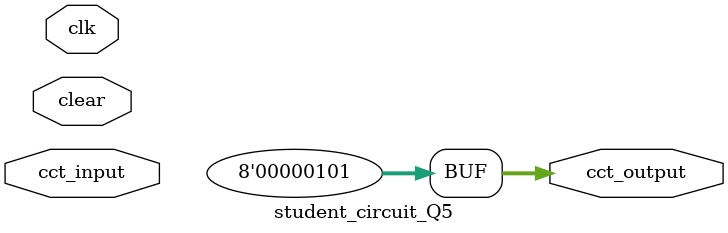
<source format=sv>
module student_circuit_Q5 (
	input wire        clk,
	input wire        clear,
	input wire  [7:0] cct_input,
	output reg  [7:0] cct_output
);

always @ *
	cct_output  = 8'H5;

endmodule

</source>
